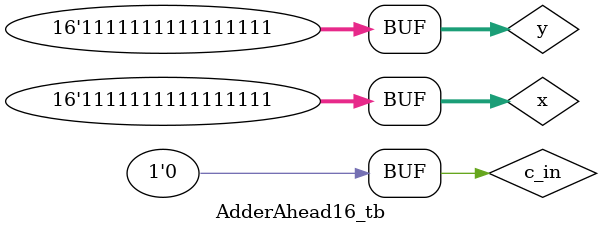
<source format=v>
module AdderAhead16 (
    input [15:0] x,
    input [15:0] y,
    input c_in,
    output [15:0] sum,
    output c_out,
    output g16,
    output p16
);
    wire [3:0] g;
    wire [3:0] p;
    wire [4:1] c;


    AdderAhead4 A0 (
        .x(x[3:0]),
        .y(y[3:0]),
        .c_in(c_in),
        .sum(sum[3:0]),
        .g4(g[0]),
        .p4(p[0])
    );
    AdderAhead4 A1 (
        .x(x[7:4]),
        .y(y[7:4]),
        .c_in(c[1]),
        .sum(sum[7:4]),
        .g4(g[1]),
        .p4(p[1])
    );
    AdderAhead4 A3 (
        .x(x[11:8]),
        .y(y[11:8]),
        .c_in(c[2]),
        .sum(sum[11:8]),
        .g4(g[2]),
        .p4(p[2])
    );
    AdderAhead4 A4 (
        .x(x[15:12]),
        .y(y[15:12]),
        .c_in(c[3]),
        .sum(sum[15:12]),
        .g4(g[3]),
        .p4(p[3])
    );
    AdderAheadCarry AAt (
        .p(p[3:0]),
        .g(g[3:0]),
        .c_in(c_in),
        .c_out(c[4:1]),
        .g4(g16),
        .p4(p16)
    );
    assign c_out = c[4];
endmodule



module AdderAhead16_tb;
    reg [15:0] x;
    reg [15:0] y;
    reg c_in;
    wire [15:0] sum;
    wire c_out;
    wire g16;
    wire p16;

    AdderAhead16 AdderAhead16_inst (
        .x(x),
        .y(y),
        .c_in(c_in),
        .sum(sum),
        .c_out(c_out),
        .g16(g16),
        .p16(p16)
    );

    initial begin
        #10 begin
            x = 16'b0000000000000000;
            y = 16'b0000000000000000;
            c_in = 1'b0;
        end

        #10 begin
            x = 16'b0000000000000001;
            y = 16'b0000000000000000;
            c_in = 1'b0;
        end

        #10 begin
            x = 16'b0000000000000001;
            y = 16'b0000000000000001;
            c_in = 1'b0;
        end

        #10 begin
            x = 16'b0000000000000001;
            y = 16'b0000000000000001;
            c_in = 1'b1;
        end

        #10 begin
            x = 16'b0000000000000001;
            y = 16'b1111111111111111;
            c_in = 1'b1;
        end

        #10 begin
            x = 16'b1111111111111111;
            y = 16'b1111111111111111;
            c_in = 1'b1;
        end

        #10 begin
            x = 16'b1111111111111111;
            y = 16'b1111111111111111;
            c_in = 1'b0;
        end

        #10 begin
        end
    end

    initial begin
        $dumpfile("wave.vcd");
        $dumpvars;
    end

endmodule

</source>
